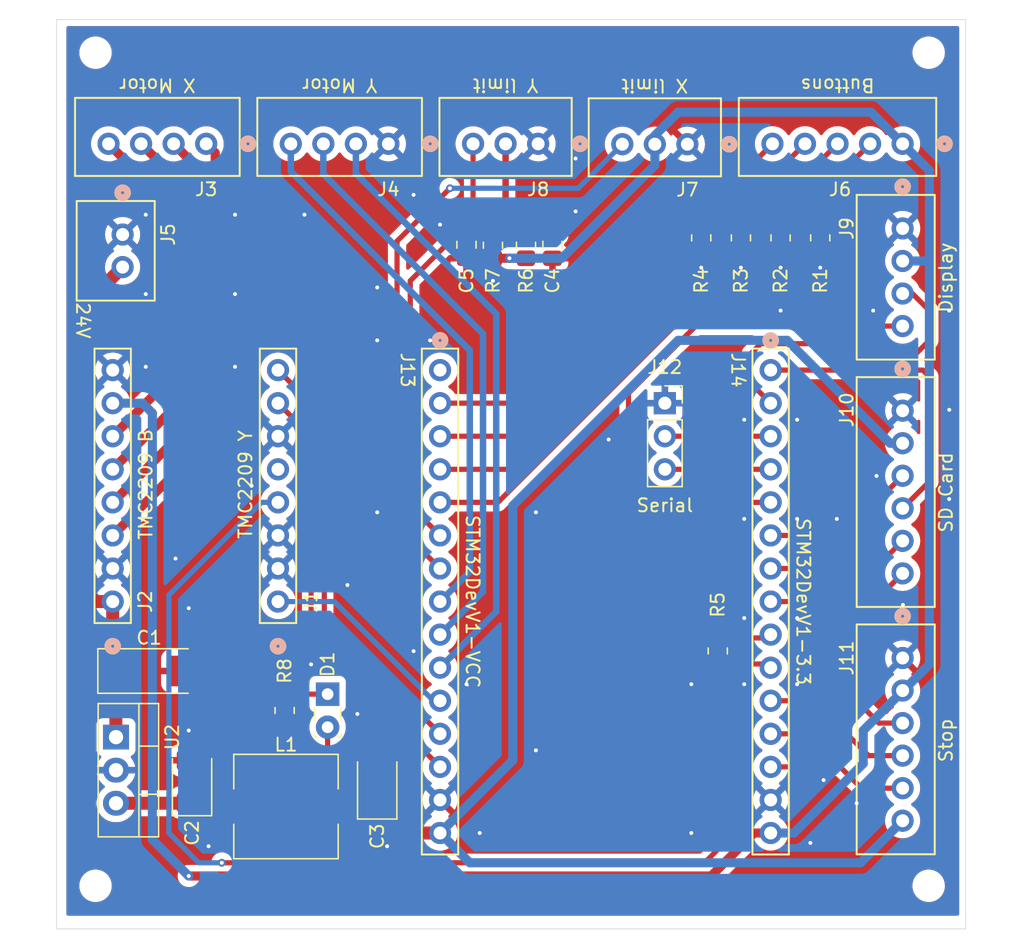
<source format=kicad_pcb>
(kicad_pcb (version 20240108) (generator "pcbnew") (generator_version "8.0")
  (layers (0 "F.Cu" signal) (31 "B.Cu" signal) (34 "B.Paste" user) (35 "F.Paste" user) (36 "B.SilkS" user "B.Silkscreen") (37 "F.SilkS" user "F.Silkscreen") (38 "B.Mask" user) (39 "F.Mask" user) (44 "Edge.Cuts" user))
  (net 0 "")
  (net 1 "24V")
  (net 2 "GND")
  (net 3 "Net-(U2-VO)")
  (net 4 "+5V")
  (net 5 "Net-(D1-K)")
  (net 7 "3.3V")
  (net 9 "/GPIO32")
  (net 10 "/GPIO16")
  (net 11 "/GPIO13")
  (net 12 "/A2")
  (net 13 "/B1")
  (net 14 "/B2")
  (net 15 "/A1")
  (net 16 "/GPIO35")
  (net 17 "/GPIO39")
  (net 18 "/GPIO34")
  (net 19 "/GPIO36")
  (net 20 "/GPIO33")
  (net 21 "/GPIO18")
  (net 22 "/GPIO21")
  (net 23 "/GPIO23")
  (net 24 "/GPIO19")
  (net 25 "/GPIO2")
  (net 26 "/GPIO4")
  (net 27 "/GPIO15")
  (net 28 "/GPIO3")
  (net 29 "/GPIO1")
  (net 30 "/GPIO17")
  (net 31 "/DIRX")
  (net 32 "/ENX")
  (net 33 "/GPIO25")
  (net 34 "/DIRY")
  (net 35 "/ENY")
  (net 36 "/GPIO22")
  (net 37 "/CS_S")
  (net 38 "/VH")
  (footprint "Resistor_SMD:R_0805_2012Metric_Pad1.20x1.40mm_HandSolder" (layer "F.Cu") (at 192.626 58.724 90)
    (property "Reference" "R2" (at -3.302 0 90) (layer "F.SilkS"))
    (property "Value" "47k")
    (pad "1" smd roundrect (at -1 0 90) (size 1.2 1.4) (layers "F.Cu" "F.Paste" "F.Mask") (roundrect_rratio 0.208333) (net 2 "GND"))
    (pad "2" smd roundrect (at 1 0 90) (size 1.2 1.4) (layers "F.Cu" "F.Paste" "F.Mask") (roundrect_rratio 0.208333) (net 18 "/GPIO34"))
  )
  (footprint "JST-XH-5A:CONN_B5B-XH-A_JST" (layer "F.Cu") (at 202 51.5)
    (property "Reference" "J6" (at -4.802 3.5 0) (layer "F.SilkS"))
    (property "Value" "Buttons" (at -5 -4.5 180) (layer "F.SilkS"))
    (pad "1" thru_hole circle (at 0 0) (size 1.7 1.7) (drill 1) (layers "*.Cu" "*.Mask") (net 7 "3.3V"))
    (pad "2" thru_hole circle (at -2.5 0) (size 1.7 1.7) (drill 1) (layers "*.Cu" "*.Mask") (net 16 "/GPIO35"))
    (pad "3" thru_hole circle (at -5 0) (size 1.7 1.7) (drill 1) (layers "*.Cu" "*.Mask") (net 18 "/GPIO34"))
    (pad "4" thru_hole circle (at -7.5 0) (size 1.7 1.7) (drill 1) (layers "*.Cu" "*.Mask") (net 17 "/GPIO39"))
    (pad "5" thru_hole circle (at -10 0) (size 1.7 1.7) (drill 1) (layers "*.Cu" "*.Mask") (net 19 "/GPIO36"))
  )
  (footprint "JST-XH-6A:CONN_B6B-XH-A_JST" (layer "F.Cu") (at 202 72 90)
    (property "Reference" "J10" (at 0.068 -4.294 90) (layer "F.SilkS"))
    (property "Value" "SD Card" (at -6.282 3.326 90) (layer "F.SilkS"))
    (pad "1" thru_hole circle (at 0 0 90) (size 1.7 1.7) (drill 1) (layers "*.Cu" "*.Mask") (net 2 "GND"))
    (pad "2" thru_hole circle (at -2.5 0 90) (size 1.7 1.7) (drill 1) (layers "*.Cu" "*.Mask") (net 4 "+5V"))
    (pad "3" thru_hole circle (at -5 0 90) (size 1.7 1.7) (drill 1) (layers "*.Cu" "*.Mask") (net 24 "/GPIO19"))
    (pad "4" thru_hole circle (at -7.5 0 90) (size 1.7 1.7) (drill 1) (layers "*.Cu" "*.Mask") (net 23 "/GPIO23"))
    (pad "5" thru_hole circle (at -10 0 90) (size 1.7 1.7) (drill 1) (layers "*.Cu" "*.Mask") (net 21 "/GPIO18"))
    (pad "6" thru_hole circle (at -12.5 0 90) (size 1.7 1.7) (drill 1) (layers "*.Cu" "*.Mask") (net 37 "/CS_S"))
  )
  (footprint "MountingHole:MountingHole_2mm" (layer "F.Cu") (at 204 108.5)
    (property "Reference" "REF**")
    (property "Value" "MountingHole_2mm")
    (pad "" np_thru_hole circle (at 0 0) (size 2 2) (drill 2) (layers "*.Cu" "*.Mask"))
  )
  (footprint "Resistor_SMD:R_0805_2012Metric_Pad1.20x1.40mm_HandSolder" (layer "F.Cu") (at 186.53 58.724 90)
    (property "Reference" "R4" (at -3.302 0 90) (layer "F.SilkS"))
    (property "Value" "47k")
    (pad "1" smd roundrect (at -1 0 90) (size 1.2 1.4) (layers "F.Cu" "F.Paste" "F.Mask") (roundrect_rratio 0.208333) (net 2 "GND"))
    (pad "2" smd roundrect (at 1 0 90) (size 1.2 1.4) (layers "F.Cu" "F.Paste" "F.Mask") (roundrect_rratio 0.208333) (net 19 "/GPIO36"))
  )
  (footprint "MountingHole:MountingHole_2mm" (layer "F.Cu") (at 204 44.5)
    (property "Reference" "REF**")
    (property "Value" "MountingHole_2mm")
    (pad "" np_thru_hole circle (at 0 0) (size 2 2) (drill 2) (layers "*.Cu" "*.Mask"))
  )
  (footprint "Capacitor_Tantalum_SMD:CP_EIA-3528-21_Kemet-B_Pad1.50x2.35mm_HandSolder" (layer "F.Cu") (at 161.638 100.735 90)
    (property "Reference" "C3" (at -3.963 0 90) (layer "F.SilkS"))
    (property "Value" "22μF")
    (pad "1" smd roundrect (at -1.625 0 90) (size 1.5 2.35) (layers "F.Cu" "F.Paste" "F.Mask") (roundrect_rratio 0.166667) (net 4 "+5V"))
    (pad "2" smd roundrect (at 1.625 0 90) (size 1.5 2.35) (layers "F.Cu" "F.Paste" "F.Mask") (roundrect_rratio 0.166667) (net 2 "GND"))
  )
  (footprint "Resistor_SMD:R_0805_2012Metric_Pad1.20x1.40mm_HandSolder" (layer "F.Cu") (at 173.068 59.291 -90)
    (property "Reference" "R6" (at 2.735 0 -90) (layer "F.SilkS"))
    (property "Value" "200")
    (pad "1" smd roundrect (at -1 0 270) (size 1.2 1.4) (layers "F.Cu" "F.Paste" "F.Mask") (roundrect_rratio 0.208333) (net 38 "/VH"))
    (pad "2" smd roundrect (at 1 0 270) (size 1.2 1.4) (layers "F.Cu" "F.Paste" "F.Mask") (roundrect_rratio 0.208333) (net 7 "3.3V"))
  )
  (footprint "Capacitor_Tantalum_SMD:CP_EIA-6032-28_Kemet-C_Pad2.25x2.35mm_HandSolder" (layer "F.Cu") (at 144.112 91.998)
    (property "Reference" "C1" (at 0 -2.55 0) (layer "F.SilkS"))
    (property "Value" "10μF")
    (pad "1" smd roundrect (at -2.55 0) (size 2.25 2.35) (layers "F.Cu" "F.Paste" "F.Mask") (roundrect_rratio 0.111111) (net 1 "24V"))
    (pad "2" smd roundrect (at 2.55 0) (size 2.25 2.35) (layers "F.Cu" "F.Paste" "F.Mask") (roundrect_rratio 0.111111) (net 2 "GND"))
  )
  (footprint "Resistor_SMD:R_0805_2012Metric_Pad1.20x1.40mm_HandSolder" (layer "F.Cu") (at 189.578 58.724 90)
    (property "Reference" "R3" (at -3.302 0 90) (layer "F.SilkS"))
    (property "Value" "47k")
    (pad "1" smd roundrect (at -1 0 90) (size 1.2 1.4) (layers "F.Cu" "F.Paste" "F.Mask") (roundrect_rratio 0.208333) (net 2 "GND"))
    (pad "2" smd roundrect (at 1 0 90) (size 1.2 1.4) (layers "F.Cu" "F.Paste" "F.Mask") (roundrect_rratio 0.208333) (net 17 "/GPIO39"))
  )
  (footprint "MountingHole:MountingHole_2mm" (layer "F.Cu") (at 140 108.5)
    (property "Reference" "REF**")
    (property "Value" "MountingHole_2mm")
    (pad "" np_thru_hole circle (at 0 0) (size 2 2) (drill 2) (layers "*.Cu" "*.Mask"))
  )
  (footprint "Resistor_SMD:R_0805_2012Metric_Pad1.20x1.40mm_HandSolder" (layer "F.Cu") (at 195.674 58.724 90)
    (property "Reference" "R1" (at -3.302 0 90) (layer "F.SilkS"))
    (property "Value" "47k")
    (pad "1" smd roundrect (at -1 0 90) (size 1.2 1.4) (layers "F.Cu" "F.Paste" "F.Mask") (roundrect_rratio 0.208333) (net 2 "GND"))
    (pad "2" smd roundrect (at 1 0 90) (size 1.2 1.4) (layers "F.Cu" "F.Paste" "F.Mask") (roundrect_rratio 0.208333) (net 16 "/GPIO35"))
  )
  (footprint "Connector_PinSocket_2.54mm:PinSocket_1x03_P2.54mm_Vertical" (layer "F.Cu") (at 183.736 71.424)
    (property "Reference" "J12" (at 0 -2.77 0) (layer "F.SilkS"))
    (property "Value" "Serial" (at 0 7.85 0) (layer "F.SilkS"))
    (pad "1" thru_hole rect (at 0 0) (size 1.7 1.7) (drill 1) (layers "*.Cu" "*.Mask") (net 2 "GND"))
    (pad "2" thru_hole oval (at 0 2.54) (size 1.7 1.7) (drill 1) (layers "*.Cu" "*.Mask") (net 29 "/GPIO1"))
    (pad "3" thru_hole oval (at 0 5.08) (size 1.7 1.7) (drill 1) (layers "*.Cu" "*.Mask") (net 28 "/GPIO3"))
  )
  (footprint "HDR-15POS:CONN15_PPPC151LFBN-RC_SUL" (layer "F.Cu") (at 166.464 68.884 -90)
    (property "Reference" "J13" (at 0 2.5 -90) (layer "F.SilkS"))
    (property "Value" "STM32DevV1-VCC" (at 17.78 -2.5 270) (layer "F.SilkS"))
    (pad "1" thru_hole circle (at 0 0 270) (size 1.7 1.7) (drill 1) (layers "*.Cu" "*.Mask"))
    (pad "2" thru_hole circle (at 2.54 0 270) (size 1.7 1.7) (drill 1) (layers "*.Cu" "*.Mask") (net 19 "/GPIO36"))
    (pad "3" thru_hole circle (at 5.08 0 270) (size 1.7 1.7) (drill 1) (layers "*.Cu" "*.Mask") (net 17 "/GPIO39"))
    (pad "4" thru_hole circle (at 7.62 0 270) (size 1.7 1.7) (drill 1) (layers "*.Cu" "*.Mask") (net 18 "/GPIO34"))
    (pad "5" thru_hole circle (at 10.16 0 270) (size 1.7 1.7) (drill 1) (layers "*.Cu" "*.Mask") (net 16 "/GPIO35"))
    (pad "6" thru_hole circle (at 12.7 0 270) (size 1.7 1.7) (drill 1) (layers "*.Cu" "*.Mask") (net 9 "/GPIO32"))
    (pad "7" thru_hole circle (at 15.24 0 270) (size 1.7 1.7) (drill 1) (layers "*.Cu" "*.Mask") (net 20 "/GPIO33"))
    (pad "8" thru_hole circle (at 17.78 0 270) (size 1.7 1.7) (drill 1) (layers "*.Cu" "*.Mask") (net 33 "/GPIO25"))
    (pad "9" thru_hole circle (at 20.32 0 270) (size 1.7 1.7) (drill 1) (layers "*.Cu" "*.Mask") (net 34 "/DIRY"))
    (pad "10" thru_hole circle (at 22.86 0 270) (size 1.7 1.7) (drill 1) (layers "*.Cu" "*.Mask") (net 35 "/ENY"))
    (pad "11" thru_hole circle (at 25.4 0 270) (size 1.7 1.7) (drill 1) (layers "*.Cu" "*.Mask") (net 32 "/ENX"))
    (pad "12" thru_hole circle (at 27.94 0 270) (size 1.7 1.7) (drill 1) (layers "*.Cu" "*.Mask") (net 31 "/DIRX"))
    (pad "13" thru_hole circle (at 30.48 0 270) (size 1.7 1.7) (drill 1) (layers "*.Cu" "*.Mask") (net 11 "/GPIO13"))
    (pad "14" thru_hole circle (at 33.02 0 270) (size 1.7 1.7) (drill 1) (layers "*.Cu" "*.Mask") (net 2 "GND"))
    (pad "15" thru_hole circle (at 35.56 0 270) (size 1.7 1.7) (drill 1) (layers "*.Cu" "*.Mask") (net 4 "+5V"))
  )
  (footprint "Capacitor_Tantalum_SMD:CP_EIA-3528-21_Kemet-B_Pad1.50x2.35mm_HandSolder" (layer "F.Cu") (at 147.414 100.481 90)
    (property "Reference" "C2" (at -3.963 0 90) (layer "F.SilkS"))
    (property "Value" "22μF")
    (pad "1" smd roundrect (at -1.625 0 90) (size 1.5 2.35) (layers "F.Cu" "F.Paste" "F.Mask") (roundrect_rratio 0.166667) (net 3 "Net-(U2-VO)"))
    (pad "2" smd roundrect (at 1.625 0 90) (size 1.5 2.35) (layers "F.Cu" "F.Paste" "F.Mask") (roundrect_rratio 0.166667) (net 2 "GND"))
  )
  (footprint "Package_TO_SOT_THT:TO-220-3_Vertical" (layer "F.Cu") (at 141.572 97.078 -90)
    (property "Reference" "U2" (at 0 -4.318 -90) (layer "F.SilkS"))
    (property "Value" "K7805W-500R3")
    (pad "1" thru_hole rect (at 0 0 270) (size 1.905 2) (drill 1.1) (layers "*.Cu" "*.Mask") (net 1 "24V"))
    (pad "2" thru_hole oval (at 2.54 0 270) (size 1.905 2) (drill 1.1) (layers "*.Cu" "*.Mask") (net 2 "GND"))
    (pad "3" thru_hole oval (at 5.08 0 270) (size 1.905 2) (drill 1.1) (layers "*.Cu" "*.Mask") (net 3 "Net-(U2-VO)"))
  )
  (footprint "Inductor_SMD:L_SXN_SMDRI74" (layer "F.Cu") (at 154.628 102.412)
    (property "Reference" "L1" (at 0 -4.75 0) (layer "F.SilkS"))
    (property "Value" "15μH")
    (pad "1" smd rect (at -3.2 0) (size 1.6 2.2) (layers "F.Cu" "F.Paste" "F.Mask") (net 3 "Net-(U2-VO)"))
    (pad "2" smd rect (at 3.2 0) (size 1.6 2.2) (layers "F.Cu" "F.Paste" "F.Mask") (net 4 "+5V"))
  )
  (footprint "JST-XH-6A:CONN_B6B-XH-A_JST" (layer "F.Cu") (at 202 91 90)
    (property "Reference" "J11" (at 0 -4.294 90) (layer "F.SilkS"))
    (property "Value" "Stop" (at -6.332 3.326 90) (layer "F.SilkS"))
    (pad "1" thru_hole circle (at 0 0 90) (size 1.7 1.7) (drill 1) (layers "*.Cu" "*.Mask") (net 2 "GND"))
    (pad "2" thru_hole circle (at -2.5 0 90) (size 1.7 1.7) (drill 1) (layers "*.Cu" "*.Mask") (net 7 "3.3V"))
    (pad "3" thru_hole circle (at -5 0 90) (size 1.7 1.7) (drill 1) (layers "*.Cu" "*.Mask") (net 26 "/GPIO4"))
    (pad "4" thru_hole circle (at -7.5 0 90) (size 1.7 1.7) (drill 1) (layers "*.Cu" "*.Mask") (net 25 "/GPIO2"))
    (pad "5" thru_hole circle (at -10 0 90) (size 1.7 1.7) (drill 1) (layers "*.Cu" "*.Mask") (net 27 "/GPIO15"))
    (pad "6" thru_hole circle (at -12.5 0 90) (size 1.7 1.7) (drill 1) (layers "*.Cu" "*.Mask") (net 4 "+5V"))
  )
  (footprint "Capacitor_SMD:C_0805_2012Metric_Pad1.18x1.45mm_HandSolder" (layer "F.Cu") (at 175.1 59.2535 90)
    (property "Reference" "C4" (at -2.7725 0 90) (layer "F.SilkS"))
    (property "Value" "4.7nF")
    (pad "1" smd roundrect (at -1.0375 0 90) (size 1.175 1.45) (layers "F.Cu" "F.Paste" "F.Mask") (roundrect_rratio 0.212766) (net 2 "GND"))
    (pad "2" smd roundrect (at 1.0375 0 90) (size 1.175 1.45) (layers "F.Cu" "F.Paste" "F.Mask") (roundrect_rratio 0.212766) (net 38 "/VH"))
  )
  (footprint "HDR-08POS:CONN8_LFBN-RC_SUL" (layer "F.Cu") (at 141.318 86.664 90)
    (property "Reference" "J2" (at 0 2.5 90) (layer "F.SilkS"))
    (property "Value" "TMC2209 B" (at 9 2.54 90) (layer "F.SilkS"))
    (pad "1" thru_hole circle (at 0 0 90) (size 1.7 1.7) (drill 1) (layers "*.Cu" "*.Mask") (net 1 "24V"))
    (pad "2" thru_hole circle (at 2.54 0 90) (size 1.7 1.7) (drill 1) (layers "*.Cu" "*.Mask") (net 2 "GND"))
    (pad "3" thru_hole circle (at 5.08 0 90) (size 1.7 1.7) (drill 1) (layers "*.Cu" "*.Mask") (net 12 "/A2"))
    (pad "4" thru_hole circle (at 7.62 0 90) (size 1.7 1.7) (drill 1) (layers "*.Cu" "*.Mask") (net 15 "/A1"))
    (pad "5" thru_hole circle (at 10.16 0 90) (size 1.7 1.7) (drill 1) (layers "*.Cu" "*.Mask") (net 13 "/B1"))
    (pad "6" thru_hole circle (at 12.7 0 90) (size 1.7 1.7) (drill 1) (layers "*.Cu" "*.Mask") (net 14 "/B2"))
    (pad "7" thru_hole circle (at 15.24 0 90) (size 1.7 1.7) (drill 1) (layers "*.Cu" "*.Mask") (net 7 "3.3V"))
    (pad "8" thru_hole circle (at 17.78 0 90) (size 1.7 1.7) (drill 1) (layers "*.Cu" "*.Mask") (net 2 "GND"))
  )
  (footprint "JST-XH-4A:CONN_B4B-XH-A_JST" (layer "F.Cu") (at 202 58 90)
    (property "Reference" "J9" (at 0 -4.294 90) (layer "F.SilkS"))
    (property "Value" "Display" (at -3.772 3.326 90) (layer "F.SilkS"))
    (pad "1" thru_hole circle (at 0 0 90) (size 1.7 1.7) (drill 1) (layers "*.Cu" "*.Mask") (net 2 "GND"))
    (pad "2" thru_hole circle (at -2.5 0 90) (size 1.7 1.7) (drill 1) (layers "*.Cu" "*.Mask") (net 7 "3.3V"))
    (pad "3" thru_hole circle (at -5 0 90) (size 1.7 1.7) (drill 1) (layers "*.Cu" "*.Mask") (net 36 "/GPIO22"))
    (pad "4" thru_hole circle (at -7.5 0 90) (size 1.7 1.7) (drill 1) (layers "*.Cu" "*.Mask") (net 22 "/GPIO21"))
  )
  (footprint "JST-XH-4A:CONN_B4B-XH-A_JST" (layer "F.Cu") (at 162.5 51.5)
    (property "Reference" "J4" (at 0 3.5 0) (layer "F.SilkS"))
    (property "Value" "Y Motor" (at -3.75 -4.5 180) (layer "F.SilkS"))
    (pad "1" thru_hole circle (at 0 0) (size 1.7 1.7) (drill 1) (layers "*.Cu" "*.Mask") (net 2 "GND"))
    (pad "2" thru_hole circle (at -2.5 0) (size 1.7 1.7) (drill 1) (layers "*.Cu" "*.Mask") (net 35 "/ENY"))
    (pad "3" thru_hole circle (at -5 0) (size 1.7 1.7) (drill 1) (layers "*.Cu" "*.Mask") (net 34 "/DIRY"))
    (pad "4" thru_hole circle (at -7.5 0) (size 1.7 1.7) (drill 1) (layers "*.Cu" "*.Mask") (net 33 "/GPIO25"))
  )
  (footprint "Resistor_SMD:R_0805_2012Metric_Pad1.20x1.40mm_HandSolder" (layer "F.Cu") (at 187.8 90.458 -90)
    (property "Reference" "R5" (at -3.54 0 -90) (layer "F.SilkS"))
    (property "Value" "1k")
    (pad "1" smd roundrect (at -1 0 270) (size 1.2 1.4) (layers "F.Cu" "F.Paste" "F.Mask") (roundrect_rratio 0.208333) (net 30 "/GPIO17"))
    (pad "2" smd roundrect (at 1 0 270) (size 1.2 1.4) (layers "F.Cu" "F.Paste" "F.Mask") (roundrect_rratio 0.208333) (net 10 "/GPIO16"))
  )
  (footprint "Capacitor_SMD:C_0805_2012Metric_Pad1.18x1.45mm_HandSolder" (layer "F.Cu") (at 168.496 59.2535 90)
    (property "Reference" "C5" (at -2.7725 0 90) (layer "F.SilkS"))
    (property "Value" "4.7nF")
    (pad "1" smd roundrect (at -1.0375 0 90) (size 1.175 1.45) (layers "F.Cu" "F.Paste" "F.Mask") (roundrect_rratio 0.212766) (net 2 "GND"))
    (pad "2" smd roundrect (at 1.0375 0 90) (size 1.175 1.45) (layers "F.Cu" "F.Paste" "F.Mask") (roundrect_rratio 0.212766) (net 9 "/GPIO32"))
  )
  (footprint "JST-XH-3A:CONN_B3B-XH-A_JST" (layer "F.Cu") (at 174 51.5)
    (property "Reference" "J8" (at 0 3.5 0) (layer "F.SilkS"))
    (property "Value" "Y limit" (at -2.5 -4.5 180) (layer "F.SilkS"))
    (pad "1" thru_hole circle (at 0 0) (size 1.7 1.7) (drill 1) (layers "*.Cu" "*.Mask") (net 2 "GND"))
    (pad "2" thru_hole circle (at -2.5 0) (size 1.7 1.7) (drill 1) (layers "*.Cu" "*.Mask") (net 38 "/VH"))
    (pad "3" thru_hole circle (at -5 0) (size 1.7 1.7) (drill 1) (layers "*.Cu" "*.Mask") (net 9 "/GPIO32"))
  )
  (footprint "HDR-15POS:CONN15_PPPC151LFBN-RC_SUL" (layer "F.Cu") (at 191.864 68.884 -90)
    (property "Reference" "J14" (at 0 2.5 -90) (layer "F.SilkS"))
    (property "Value" "STM32DevV1-3.3" (at 17.78 -2.5 270) (layer "F.SilkS"))
    (pad "1" thru_hole circle (at 0 0 270) (size 1.7 1.7) (drill 1) (layers "*.Cu" "*.Mask") (net 23 "/GPIO23"))
    (pad "2" thru_hole circle (at 2.54 0 270) (size 1.7 1.7) (drill 1) (layers "*.Cu" "*.Mask") (net 36 "/GPIO22"))
    (pad "3" thru_hole circle (at 5.08 0 270) (size 1.7 1.7) (drill 1) (layers "*.Cu" "*.Mask") (net 29 "/GPIO1"))
    (pad "4" thru_hole circle (at 7.62 0 270) (size 1.7 1.7) (drill 1) (layers "*.Cu" "*.Mask") (net 28 "/GPIO3"))
    (pad "5" thru_hole circle (at 10.16 0 270) (size 1.7 1.7) (drill 1) (layers "*.Cu" "*.Mask") (net 22 "/GPIO21"))
    (pad "6" thru_hole circle (at 12.7 0 270) (size 1.7 1.7) (drill 1) (layers "*.Cu" "*.Mask") (net 24 "/GPIO19"))
    (pad "7" thru_hole circle (at 15.24 0 270) (size 1.7 1.7) (drill 1) (layers "*.Cu" "*.Mask") (net 21 "/GPIO18"))
    (pad "8" thru_hole circle (at 17.78 0 270) (size 1.7 1.7) (drill 1) (layers "*.Cu" "*.Mask") (net 37 "/CS_S"))
    (pad "9" thru_hole circle (at 20.32 0 270) (size 1.7 1.7) (drill 1) (layers "*.Cu" "*.Mask") (net 30 "/GPIO17"))
    (pad "10" thru_hole circle (at 22.86 0 270) (size 1.7 1.7) (drill 1) (layers "*.Cu" "*.Mask") (net 10 "/GPIO16"))
    (pad "11" thru_hole circle (at 25.4 0 270) (size 1.7 1.7) (drill 1) (layers "*.Cu" "*.Mask") (net 26 "/GPIO4"))
    (pad "12" thru_hole circle (at 27.94 0 270) (size 1.7 1.7) (drill 1) (layers "*.Cu" "*.Mask") (net 25 "/GPIO2"))
    (pad "13" thru_hole circle (at 30.48 0 270) (size 1.7 1.7) (drill 1) (layers "*.Cu" "*.Mask") (net 27 "/GPIO15"))
    (pad "14" thru_hole circle (at 33.02 0 270) (size 1.7 1.7) (drill 1) (layers "*.Cu" "*.Mask") (net 2 "GND"))
    (pad "15" thru_hole circle (at 35.56 0 270) (size 1.7 1.7) (drill 1) (layers "*.Cu" "*.Mask") (net 7 "3.3V"))
  )
  (footprint "MountingHole:MountingHole_2mm" (layer "F.Cu") (at 140 44.5)
    (property "Reference" "REF**")
    (property "Value" "MountingHole_2mm")
    (pad "" np_thru_hole circle (at 0 0) (size 2 2) (drill 2) (layers "*.Cu" "*.Mask"))
  )
  (footprint "Resistor_SMD:R_0805_2012Metric_Pad1.20x1.40mm_HandSolder" (layer "F.Cu") (at 170.528 59.291 -90)
    (property "Reference" "R7" (at 2.735 0 -90) (layer "F.SilkS"))
    (property "Value" "1.2k")
    (pad "1" smd roundrect (at -1 0 270) (size 1.2 1.4) (layers "F.Cu" "F.Paste" "F.Mask") (roundrect_rratio 0.208333) (net 9 "/GPIO32"))
    (pad "2" smd roundrect (at 1 0 270) (size 1.2 1.4) (layers "F.Cu" "F.Paste" "F.Mask") (roundrect_rratio 0.208333) (net 7 "3.3V"))
  )
  (footprint "JST-XH-3A:CONN_B3B-XH-A_JST" (layer "F.Cu") (at 185.4666 51.529801)
    (property "Reference" "J7" (at 0 3.5 0) (layer "F.SilkS"))
    (property "Value" "X limit" (at -2.5 -4.5 180) (layer "F.SilkS"))
    (pad "1" thru_hole circle (at 0 0) (size 1.7 1.7) (drill 1) (layers "*.Cu" "*.Mask") (net 2 "GND"))
    (pad "2" thru_hole circle (at -2.5 0) (size 1.7 1.7) (drill 1) (layers "*.Cu" "*.Mask") (net 7 "3.3V"))
    (pad "3" thru_hole circle (at -5 0) (size 1.7 1.7) (drill 1) (layers "*.Cu" "*.Mask") (net 20 "/GPIO33"))
  )
  (footprint "JST-XH-4A:CONN_B4B-XH-A_JST" (layer "F.Cu") (at 148.5 51.5)
    (property "Reference" "J3" (at 0 3.5 0) (layer "F.SilkS"))
    (property "Value" "X Motor" (at -3.75 -4.5 180) (layer "F.SilkS"))
    (pad "1" thru_hole circle (at 0 0) (size 1.7 1.7) (drill 1) (layers "*.Cu" "*.Mask") (net 12 "/A2"))
    (pad "2" thru_hole circle (at -2.5 0) (size 1.7 1.7) (drill 1) (layers "*.Cu" "*.Mask") (net 15 "/A1"))
    (pad "3" thru_hole circle (at -5 0) (size 1.7 1.7) (drill 1) (layers "*.Cu" "*.Mask") (net 13 "/B1"))
    (pad "4" thru_hole circle (at -7.5 0) (size 1.7 1.7) (drill 1) (layers "*.Cu" "*.Mask") (net 14 "/B2"))
  )
  (footprint "JST-XH-2A:CONN_B2B-XH-A_JST" (layer "F.Cu") (at 142.08 58.47 90)
    (property "Reference" "J5" (at 0 3.5 90) (layer "F.SilkS"))
    (property "Value" "24V" (at -6.604 -3.048 270) (layer "F.SilkS"))
    (pad "1" thru_hole circle (at 0 0 90) (size 1.7 1.7) (drill 1) (layers "*.Cu" "*.Mask") (net 2 "GND"))
    (pad "2" thru_hole circle (at -2.5 0 90) (size 1.7 1.7) (drill 1) (layers "*.Cu" "*.Mask") (net 1 "24V"))
  )
  (footprint "HDR-08POS:CONN8_LFBN-RC_SUL" (layer "F.Cu") (at 154.018 86.664 90)
    (property "Reference" "J1" (at 0 2.5 90) (layer "F.SilkS"))
    (property "Value" "TMC2209 Y" (at 9 -2.5 90) (layer "F.SilkS"))
    (pad "1" thru_hole circle (at 0 0 90) (size 1.7 1.7) (drill 1) (layers "*.Cu" "*.Mask") (net 32 "/ENX"))
    (pad "2" thru_hole circle (at 2.54 0 90) (size 1.7 1.7) (drill 1) (layers "*.Cu" "*.Mask") (net 2 "GND"))
    (pad "3" thru_hole circle (at 5.08 0 90) (size 1.7 1.7) (drill 1) (layers "*.Cu" "*.Mask") (net 2 "GND"))
    (pad "4" thru_hole circle (at 7.62 0 90) (size 1.7 1.7) (drill 1) (layers "*.Cu" "*.Mask") (net 10 "/GPIO16"))
    (pad "5" thru_hole circle (at 10.16 0 90) (size 1.7 1.7) (drill 1) (layers "*.Cu" "*.Mask"))
    (pad "6" thru_hole circle (at 12.7 0 90) (size 1.7 1.7) (drill 1) (layers "*.Cu" "*.Mask") (net 2 "GND"))
    (pad "7" thru_hole circle (at 15.24 0 90) (size 1.7 1.7) (drill 1) (layers "*.Cu" "*.Mask") (net 11 "/GPIO13"))
    (pad "8" thru_hole circle (at 17.78 0 90) (size 1.7 1.7) (drill 1) (layers "*.Cu" "*.Mask") (net 31 "/DIRX"))
  )
  (footprint "Resistor_SMD:R_0805_2012Metric_Pad1.20x1.40mm_HandSolder" (layer "F.Cu") (at 154.526 95.03 -90)
    (property "Reference" "R8" (at -3.032 0 -90) (layer "F.SilkS"))
    (property "Value" "3.3k")
    (pad "1" smd roundrect (at -1 0 270) (size 1.2 1.4) (layers "F.Cu" "F.Paste" "F.Mask") (roundrect_rratio 0.208333) (net 5 "Net-(D1-K)"))
    (pad "2" smd roundrect (at 1 0 270) (size 1.2 1.4) (layers "F.Cu" "F.Paste" "F.Mask") (roundrect_rratio 0.208333) (net 2 "GND"))
  )
  (footprint "LED_THT:LED_Rectangular_W3.9mm_H1.9mm" (layer "F.Cu") (at 157.828 93.776 -90)
    (property "Reference" "D1" (at -2.286 0 -90) (layer "F.SilkS"))
    (property "Value" "LED")
    (pad "1" thru_hole rect (at 0 0 270) (size 1.8 1.8) (drill 0.9) (layers "*.Cu" "*.Mask") (net 5 "Net-(D1-K)"))
    (pad "2" thru_hole circle (at 2.54 0 270) (size 1.8 1.8) (drill 0.9) (layers "*.Cu" "*.Mask") (net 4 "+5V"))
  )
  (gr_rect (start 137 41.96) (end 206.85 111.81) (stroke (width 0.05)) (fill none) (layer "Edge.Cuts"))
  (segment (start 139.032 85.648) (end 140.048 86.664) (width 1) (layer "F.Cu") (net 1))
  (segment (start 140.048 86.664) (end 141.318 86.664) (width 1) (layer "F.Cu") (net 1))
  (segment (start 139.032 64.018) (end 139.032 85.648) (width 1) (layer "F.Cu") (net 1))
  (segment (start 142.08 60.97) (end 139.032 64.018) (width 1) (layer "F.Cu") (net 1))
  (segment (start 141.318 91.754) (end 141.562 91.998) (width 1) (layer "F.Cu") (net 1))
  (segment (start 141.562 91.998) (end 141.562 97.068) (width 1) (layer "F.Cu") (net 1))
  (segment (start 141.562 97.068) (end 141.572 97.078) (width 1) (layer "F.Cu") (net 1))
  (segment (start 141.318 86.664) (end 141.318 91.754) (width 1) (layer "F.Cu") (net 1))
  (segment (start 189.578 59.724) (end 189.578 61.01) (width 0.7) (layer "F.Cu") (net 2))
  (segment (start 195.674 59.724) (end 195.674 61.01) (width 0.7) (layer "F.Cu") (net 2))
  (segment (start 192.626 59.724) (end 192.626 61.01) (width 0.7) (layer "F.Cu") (net 2))
  (segment (start 186.53 59.724) (end 186.53 61.01) (width 0.7) (layer "F.Cu") (net 2))
  (via (at 150.716 56.946) (size 0.6) (drill 0.3) (layers "F.Cu" "B.Cu") (net 2))
  (via (at 147.16 96.57) (size 0.6) (drill 0.3) (layers "F.Cu" "B.Cu") (net 2))
  (via (at 186.53 61.01) (size 0.6) (drill 0.3) (layers "F.Cu" "B.Cu") (net 2))
  (via (at 156.05 56.946) (size 0.6) (drill 0.3) (layers "F.Cu" "B.Cu") (net 2))
  (via (at 194.912 105.206) (size 0.6) (drill 0.3) (layers "F.Cu" "B.Cu") (net 2))
  (via (at 161.638 79.806) (size 0.6) (drill 0.3) (layers "F.Cu" "B.Cu") (net 2))
  (via (at 150.716 68.63) (size 0.6) (drill 0.3) (layers "F.Cu" "B.Cu") (net 2))
  (via (at 193.896 72.694) (size 0.6) (drill 0.3) (layers "F.Cu" "B.Cu") (net 2))
  (via (at 173.83 98.094) (size 0.6) (drill 0.3) (layers "F.Cu" "B.Cu") (net 2))
  (via (at 146.144 83.362) (size 0.6) (drill 0.3) (layers "F.Cu" "B.Cu") (net 2))
  (via (at 195.928 100.38) (size 0.6) (drill 0.3) (layers "F.Cu" "B.Cu") (net 2))
  (via (at 192.626 61.01) (size 0.6) (drill 0.3) (layers "F.Cu" "B.Cu") (net 2))
  (via (at 143.858 56.946) (size 0.6) (drill 0.3) (layers "F.Cu" "B.Cu") (net 2))
  (via (at 151.986 77.774) (size 0.6) (drill 0.3) (layers "F.Cu" "B.Cu") (net 2))
  (via (at 164.432 90.474) (size 0.6) (drill 0.3) (layers "F.Cu" "B.Cu") (net 2))
  (via (at 165.702 66.598) (size 0.6) (drill 0.3) (layers "F.Cu" "B.Cu") (net 2))
  (via (at 202.024 86.918) (size 0.6) (drill 0.3) (layers "F.Cu" "B.Cu") (net 2))
  (via (at 198.468 102.158) (size 0.6) (drill 0.3) (layers "F.Cu" "B.Cu") (net 2))
  (via (at 143.858 68.63) (size 0.6) (drill 0.3) (layers "F.Cu" "B.Cu") (net 2))
  (via (at 162.4 105.46) (size 0.6) (drill 0.3) (layers "F.Cu" "B.Cu") (net 2))
  (via (at 193.896 80.314) (size 0.6) (drill 0.3) (layers "F.Cu" "B.Cu") (net 2))
  (via (at 168.496 93.014) (size 0.6) (drill 0.3) (layers "F.Cu" "B.Cu") (net 2))
  (via (at 189.832 87.934) (size 0.6) (drill 0.3) (layers "F.Cu" "B.Cu") (net 2))
  (via (at 195.674 61.01) (size 0.6) (drill 0.3) (layers "F.Cu" "B.Cu") (net 2))
  (via (at 196.944 80.314) (size 0.6) (drill 0.3) (layers "F.Cu" "B.Cu") (net 2))
  (via (at 192.626 64.312) (size 0.6) (drill 0.3) (layers "F.Cu" "B.Cu") (net 2))
  (via (at 176.878 52.628) (size 0.6) (drill 0.3) (layers "F.Cu" "B.Cu") (net 2))
  (via (at 164.432 55.422) (size 0.6) (drill 0.3) (layers "F.Cu" "B.Cu") (net 2))
  (via (at 205.58 78.79) (size 0.6) (drill 0.3) (layers "F.Cu" "B.Cu") (net 2))
  (via (at 161.638 66.598) (size 0.6) (drill 0.3) (layers "F.Cu" "B.Cu") (net 2))
  (via (at 150.716 63.042) (size 0.6) (drill 0.3) (layers "F.Cu" "B.Cu") (net 2))
  (via (at 156.558 91.49) (size 0.6) (drill 0.3) (layers "F.Cu" "B.Cu") (net 2))
  (via (at 179.418 74.218) (size 0.6) (drill 0.3) (layers "F.Cu" "B.Cu") (net 2))
  (via (at 176.878 56.692) (size 0.6) (drill 0.3) (layers "F.Cu" "B.Cu") (net 2))
  (via (at 147.16 87.172) (size 0.6) (drill 0.3) (layers "F.Cu" "B.Cu") (net 2))
  (via (at 193.896 93.014) (size 0.6) (drill 0.3) (layers "F.Cu" "B.Cu") (net 2))
  (via (at 205.58 71.932) (size 0.6) (drill 0.3) (layers "F.Cu" "B.Cu") (net 2))
  (via (at 173.83 79.806) (size 0.6) (drill 0.3) (layers "F.Cu" "B.Cu") (net 2))
  (via (at 189.578 61.01) (size 0.6) (drill 0.3) (layers "F.Cu" "B.Cu") (net 2))
  (via (at 166.464 57.708) (size 0.6) (drill 0.3) (layers "F.Cu" "B.Cu") (net 2))
  (via (at 205.58 64.312) (size 0.6) (drill 0.3) (layers "F.Cu" "B.Cu") (net 2))
  (via (at 185.768 104.444) (size 0.6) (drill 0.3) (layers "F.Cu" "B.Cu") (net 2))
  (via (at 160.114 95.3) (size 0.6) (drill 0.3) (layers "F.Cu" "B.Cu") (net 2))
  (via (at 189.832 93.014) (size 0.6) (drill 0.3) (layers "F.Cu" "B.Cu") (net 2))
  (via (at 159.352 85.394) (size 0.6) (drill 0.3) (layers "F.Cu" "B.Cu") (net 2))
  (via (at 199.738 64.312) (size 0.6) (drill 0.3) (layers "F.Cu" "B.Cu") (net 2))
  (via (at 185.768 93.014) (size 0.6) (drill 0.3) (layers "F.Cu" "B.Cu") (net 2))
  (via (at 161.638 62.534) (size 0.6) (drill 0.3) (layers "F.Cu" "B.Cu") (net 2))
  (via (at 199.992 77.012) (size 0.6) (drill 0.3) (layers "F.Cu" "B.Cu") (net 2))
  (via (at 148.684 105.46) (size 0.6) (drill 0.3) (layers "F.Cu" "B.Cu") (net 2))
  (via (at 189.832 72.694) (size 0.6) (drill 0.3) (layers "F.Cu" "B.Cu") (net 2))
  (via (at 143.858 63.042) (size 0.6) (drill 0.3) (layers "F.Cu" "B.Cu") (net 2))
  (via (at 189.832 80.314) (size 0.6) (drill 0.3) (layers "F.Cu" "B.Cu") (net 2))
  (via (at 170.528 62.026) (size 0.6) (drill 0.3) (layers "F.Cu" "B.Cu") (net 2))
  (via (at 169.512 104.444) (size 0.6) (drill 0.3) (layers "F.Cu" "B.Cu") (net 2))
  (via (at 193.896 87.934) (size 0.6) (drill 0.3) (layers "F.Cu" "B.Cu") (net 2))
  (segment (start 141.572 102.158) (end 147.362 102.158) (width 1) (layer "F.Cu") (net 3))
  (segment (start 147.362 102.158) (end 147.414 102.106) (width 1) (layer "F.Cu") (net 3))
  (segment (start 151.122 102.106) (end 151.428 102.412) (width 1) (layer "F.Cu") (net 3))
  (segment (start 147.414 102.106) (end 151.122 102.106) (width 1) (layer "F.Cu") (net 3))
  (segment (start 161.638 102.36) (end 163.67 104.392) (width 1) (layer "F.Cu") (net 4))
  (segment (start 157.828 102.412) (end 161.586 102.412) (width 1) (layer "F.Cu") (net 4))
  (segment (start 161.586 102.412) (end 161.638 102.36) (width 1) (layer "F.Cu") (net 4))
  (segment (start 157.828 102.412) (end 157.828 96.316) (width 0.4) (layer "F.Cu") (net 4))
  (segment (start 163.67 104.392) (end 163.67 104.444) (width 1) (layer "F.Cu") (net 4))
  (segment (start 163.67 104.444) (end 166.464 104.444) (width 1) (layer "F.Cu") (net 4))
  (segment (start 201.036 74.5) (end 202 74.5) (width 0.7) (layer "B.Cu") (net 4))
  (segment (start 198.77 106.73) (end 202 103.5) (width 0.7) (layer "B.Cu") (net 4))
  (segment (start 172.052 98.856) (end 172.052 79.298) (width 0.7) (layer "B.Cu") (net 4))
  (segment (start 172.052 79.298) (end 184.752 66.598) (width 0.7) (layer "B.Cu") (net 4))
  (segment (start 193.134 66.598) (end 201.036 74.5) (width 0.7) (layer "B.Cu") (net 4))
  (segment (start 166.464 104.444) (end 172.052 98.856) (width 0.7) (layer "B.Cu") (net 4))
  (segment (start 184.752 66.598) (end 193.134 66.598) (width 0.7) (layer "B.Cu") (net 4))
  (segment (start 166.464 104.444) (end 168.75 106.73) (width 0.7) (layer "B.Cu") (net 4))
  (segment (start 168.75 106.73) (end 198.77 106.73) (width 0.7) (layer "B.Cu") (net 4))
  (segment (start 157.828 93.776) (end 154.78 93.776) (width 0.4) (layer "F.Cu") (net 5))
  (segment (start 154.78 93.776) (end 154.526 94.03) (width 0.25) (layer "F.Cu") (net 5))
  (segment (start 187.292 107.746) (end 147.16 107.746) (width 0.7) (layer "F.Cu") (net 7))
  (segment (start 170.528 60.291) (end 171.798 60.291) (width 0.7) (layer "F.Cu") (net 7))
  (segment (start 190.594 104.444) (end 187.292 107.746) (width 0.7) (layer "F.Cu") (net 7))
  (segment (start 171.798 60.291) (end 173.068 60.291) (width 0.7) (layer "F.Cu") (net 7))
  (segment (start 191.864 104.444) (end 190.594 104.444) (width 0.7) (layer "F.Cu") (net 7))
  (via (at 147.16 107.746) (size 0.6) (drill 0.3) (layers "F.Cu" "B.Cu") (net 7))
  (via (at 171.798 60.291) (size 0.6) (drill 0.3) (layers "F.Cu" "B.Cu") (net 7))
  (segment (start 184.752 49.072) (end 182.9666 50.8574) (width 0.7) (layer "B.Cu") (net 7))
  (segment (start 198.976 96.57) (end 204.056 91.49) (width 0.7) (layer "B.Cu") (net 7))
  (segment (start 182.9666 50.8574) (end 182.9666 51.529801) (width 0.7) (layer "B.Cu") (net 7))
  (segment (start 191.864 104.444) (end 193.642 104.444) (width 0.7) (layer "B.Cu") (net 7))
  (segment (start 144.366 72.186) (end 143.604 71.424) (width 0.7) (layer "B.Cu") (net 7))
  (segment (start 204.056 60.502) (end 204.056 53.556) (width 0.7) (layer "B.Cu") (net 7))
  (segment (start 199.572 49.072) (end 184.752 49.072) (width 0.7) (layer "B.Cu") (net 7))
  (segment (start 143.604 71.424) (end 141.318 71.424) (width 0.7) (layer "B.Cu") (net 7))
  (segment (start 147.16 107.746) (end 144.366 104.952) (width 0.7) (layer "B.Cu") (net 7))
  (segment (start 193.642 104.444) (end 198.976 99.11) (width 0.7) (layer "B.Cu") (net 7))
  (segment (start 204.056 53.556) (end 202 51.5) (width 0.7) (layer "B.Cu") (net 7))
  (segment (start 198.976 99.11) (end 198.976 96.57) (width 0.7) (layer "B.Cu") (net 7))
  (segment (start 202 60.5) (end 204.054 60.5) (width 0.7) (layer "B.Cu") (net 7))
  (segment (start 175.819 60.291) (end 171.798 60.291) (width 0.7) (layer "B.Cu") (net 7))
  (segment (start 182.9666 53.1434) (end 175.819 60.291) (width 0.7) (layer "B.Cu") (net 7))
  (segment (start 182.9666 51.529801) (end 182.9666 53.1434) (width 0.7) (layer "B.Cu") (net 7))
  (segment (start 204.054 60.5) (end 204.056 60.502) (width 0.7) (layer "B.Cu") (net 7))
  (segment (start 202 51.5) (end 199.572 49.072) (width 0.7) (layer "B.Cu") (net 7))
  (segment (start 144.366 104.952) (end 144.366 72.186) (width 0.7) (layer "B.Cu") (net 7))
  (segment (start 204.056 91.49) (end 204.056 60.502) (width 0.7) (layer "B.Cu") (net 7))
  (segment (start 168.496 58.216) (end 170.453 58.216) (width 0.4) (layer "F.Cu") (net 9))
  (segment (start 164.178 79.298) (end 166.464 81.584) (width 0.4) (layer "F.Cu") (net 9))
  (segment (start 170.453 58.216) (end 170.528 58.291) (width 0.4) (layer "F.Cu") (net 9))
  (segment (start 169 51.5) (end 169 57.712) (width 0.4) (layer "F.Cu") (net 9))
  (segment (start 167.988 58.216) (end 164.178 62.026) (width 0.4) (layer "F.Cu") (net 9))
  (segment (start 169 57.712) (end 168.496 58.216) (width 0.4) (layer "F.Cu") (net 9))
  (segment (start 168.496 58.216) (end 167.988 58.216) (width 0.4) (layer "F.Cu") (net 9))
  (segment (start 164.178 62.026) (end 164.178 79.298) (width 0.4) (layer "F.Cu") (net 9))
  (segment (start 186.784 106.73) (end 149.7 106.73) (width 0.4) (layer "F.Cu") (net 10))
  (segment (start 187.8 105.714) (end 186.784 106.73) (width 0.4) (layer "F.Cu") (net 10))
  (segment (start 191.578 91.458) (end 191.864 91.744) (width 0.4) (layer "F.Cu") (net 10))
  (segment (start 187.8 91.458) (end 187.8 105.714) (width 0.4) (layer "F.Cu") (net 10))
  (segment (start 187.8 91.458) (end 191.578 91.458) (width 0.4) (layer "F.Cu") (net 10))
  (via (at 149.7 106.73) (size 0.6) (drill 0.3) (layers "F.Cu" "B.Cu") (net 10))
  (segment (start 145.636 104.444) (end 145.636 86.156) (width 0.4) (layer "B.Cu") (net 10))
  (segment (start 149.7 106.73) (end 147.922 106.73) (width 0.4) (layer "B.Cu") (net 10))
  (segment (start 152.748 79.044) (end 154.018 79.044) (width 0.4) (layer "B.Cu") (net 10))
  (segment (start 147.922 106.73) (end 145.636 104.444) (width 0.4) (layer "B.Cu") (net 10))
  (segment (start 145.636 86.156) (end 152.748 79.044) (width 0.4) (layer "B.Cu") (net 10))
  (segment (start 154.018 71.424) (end 156.558 73.964) (width 0.4) (layer "F.Cu") (net 11))
  (segment (start 156.558 73.964) (end 156.558 89.458) (width 0.4) (layer "F.Cu") (net 11))
  (segment (start 156.558 89.458) (end 166.464 99.364) (width 0.4) (layer "F.Cu") (net 11))
  (segment (start 148.5 51.5) (end 149.192 52.192) (width 0.7) (layer "F.Cu") (net 12))
  (segment (start 149.192 73.71) (end 141.318 81.584) (width 0.7) (layer "F.Cu") (net 12))
  (segment (start 149.192 52.192) (end 149.192 73.71) (width 0.7) (layer "F.Cu") (net 12))
  (segment (start 146.652 71.17) (end 141.318 76.504) (width 0.7) (layer "F.Cu") (net 13))
  (segment (start 146.652 54.652) (end 146.652 71.17) (width 0.7) (layer "F.Cu") (net 13))
  (segment (start 143.5 51.5) (end 146.652 54.652) (width 0.7) (layer "F.Cu") (net 13))
  (segment (start 145.382 69.9) (end 141.318 73.964) (width 0.7) (layer "F.Cu") (net 14))
  (segment (start 145.382 55.882) (end 145.382 69.9) (width 0.7) (layer "F.Cu") (net 14))
  (segment (start 141 51.5) (end 145.382 55.882) (width 0.7) (layer "F.Cu") (net 14))
  (segment (start 146 51.5) (end 147.922 53.422) (width 0.7) (layer "F.Cu") (net 15))
  (segment (start 147.922 53.422) (end 147.922 72.44) (width 0.7) (layer "F.Cu") (net 15))
  (segment (start 147.922 72.44) (end 141.318 79.044) (width 0.7) (layer "F.Cu") (net 15))
  (segment (start 166.464 79.044) (end 170.909 79.044) (width 0.4) (layer "F.Cu") (net 16))
  (segment (start 194.15 61.01) (end 194.15 58.724) (width 0.4) (layer "F.Cu") (net 16))
  (segment (start 185.387 64.566) (end 190.594 64.566) (width 0.4) (layer "F.Cu") (net 16))
  (segment (start 194.15 58.724) (end 195.15 57.724) (width 0.4) (layer "F.Cu") (net 16))
  (segment (start 195.15 57.724) (end 195.674 57.724) (width 0.4) (layer "F.Cu") (net 16))
  (segment (start 195.674 57.724) (end 195.674 55.326) (width 0.4) (layer "F.Cu") (net 16))
  (segment (start 170.909 79.044) (end 185.387 64.566) (width 0.4) (layer "F.Cu") (net 16))
  (segment (start 190.594 64.566) (end 194.15 61.01) (width 0.4) (layer "F.Cu") (net 16))
  (segment (start 195.674 55.326) (end 199.5 51.5) (width 0.4) (layer "F.Cu") (net 16))
  (segment (start 166.464 73.964) (end 172.814 73.964) (width 0.4) (layer "F.Cu") (net 17))
  (segment (start 189.054 57.724) (end 189.578 57.724) (width 0.4) (layer "F.Cu") (net 17))
  (segment (start 189.578 57.724) (end 189.578 56.422) (width 0.4) (layer "F.Cu") (net 17))
  (segment (start 186.53 62.534) (end 188.054 61.01) (width 0.4) (layer "F.Cu") (net 17))
  (segment (start 188.054 61.01) (end 188.054 58.724) (width 0.4) (layer "F.Cu") (net 17))
  (segment (start 184.244 62.534) (end 186.53 62.534) (width 0.4) (layer "F.Cu") (net 17))
  (segment (start 189.578 56.422) (end 194.5 51.5) (width 0.4) (layer "F.Cu") (net 17))
  (segment (start 172.814 73.964) (end 184.244 62.534) (width 0.4) (layer "F.Cu") (net 17))
  (segment (start 188.054 58.724) (end 189.054 57.724) (width 0.4) (layer "F.Cu") (net 17))
  (segment (start 184.752 63.55) (end 188.562 63.55) (width 0.4) (layer "F.Cu") (net 18))
  (segment (start 192.626 57.724) (end 192.626 55.874) (width 0.4) (layer "F.Cu") (net 18))
  (segment (start 191.102 61.01) (end 191.102 58.724) (width 0.4) (layer "F.Cu") (net 18))
  (segment (start 191.102 58.724) (end 192.102 57.724) (width 0.4) (layer "F.Cu") (net 18))
  (segment (start 192.102 57.724) (end 192.626 57.724) (width 0.4) (layer "F.Cu") (net 18))
  (segment (start 192.626 55.874) (end 197 51.5) (width 0.4) (layer "F.Cu") (net 18))
  (segment (start 171.798 76.504) (end 184.752 63.55) (width 0.4) (layer "F.Cu") (net 18))
  (segment (start 188.562 63.55) (end 191.102 61.01) (width 0.4) (layer "F.Cu") (net 18))
  (segment (start 166.464 76.504) (end 171.798 76.504) (width 0.4) (layer "F.Cu") (net 18))
  (segment (start 185.26 58.724) (end 186.26 57.724) (width 0.4) (layer "F.Cu") (net 19))
  (segment (start 185.26 59.994) (end 185.26 58.724) (width 0.4) (layer "F.Cu") (net 19))
  (segment (start 166.464 71.424) (end 173.83 71.424) (width 0.4) (layer "F.Cu") (net 19))
  (segment (start 186.53 56.97) (end 192 51.5) (width 0.4) (layer "F.Cu") (net 19))
  (segment (start 186.26 57.724) (end 186.53 57.724) (width 0.4) (layer "F.Cu") (net 19))
  (segment (start 173.83 71.424) (end 185.26 59.994) (width 0.4) (layer "F.Cu") (net 19))
  (segment (start 186.53 57.724) (end 186.53 56.97) (width 0.4) (layer "F.Cu") (net 19))
  (segment (start 163.162 58.978) (end 167.226 54.914) (width 0.4) (layer "F.Cu") (net 20))
  (segment (start 163.162 80.822) (end 163.162 80.568) (width 0.4) (layer "F.Cu") (net 20))
  (segment (start 163.162 80.568) (end 163.162 58.978) (width 0.4) (layer "F.Cu") (net 20))
  (segment (start 166.464 84.124) (end 163.162 80.822) (width 0.4) (layer "F.Cu") (net 20))
  (via (at 167.226 54.914) (size 0.6) (drill 0.3) (layers "F.Cu" "B.Cu") (net 20))
  (segment (start 167.226 54.914) (end 177.082401 54.914) (width 0.4) (layer "B.Cu") (net 20))
  (segment (start 177.082401 54.914) (end 180.4666 51.529801) (width 0.4) (layer "B.Cu") (net 20))
  (segment (start 191.864 84.124) (end 199.876 84.124) (width 0.4) (layer "F.Cu") (net 21))
  (segment (start 199.876 84.124) (end 202 82) (width 0.4) (layer "F.Cu") (net 21))
  (segment (start 180.942 70.662) (end 186.104 65.5) (width 0.4) (layer "F.Cu") (net 22))
  (segment (start 186.104 65.5) (end 202 65.5) (width 0.4) (layer "F.Cu") (net 22))
  (segment (start 182.466 79.044) (end 180.942 77.52) (width 0.4) (layer "F.Cu") (net 22))
  (segment (start 180.942 77.52) (end 180.942 70.662) (width 0.4) (layer "F.Cu") (net 22))
  (segment (start 191.864 79.044) (end 182.466 79.044) (width 0.4) (layer "F.Cu") (net 22))
  (segment (start 203.548 68.884) (end 204.056 69.392) (width 0.4) (layer "F.Cu") (net 23))
  (segment (start 191.864 68.884) (end 203.548 68.884) (width 0.4) (layer "F.Cu") (net 23))
  (segment (start 204.056 77.444) (end 202 79.5) (width 0.4) (layer "F.Cu") (net 23))
  (segment (start 204.056 69.392) (end 204.056 77.444) (width 0.4) (layer "F.Cu") (net 23))
  (segment (start 197.416 81.584) (end 202 77) (width 0.4) (layer "F.Cu") (net 24))
  (segment (start 191.864 81.584) (end 197.416 81.584) (width 0.4) (layer "F.Cu") (net 24))
  (segment (start 191.864 96.824) (end 197.706 96.824) (width 0.4) (layer "F.Cu") (net 25))
  (segment (start 197.706 96.824) (end 199.382 98.5) (width 0.4) (layer "F.Cu") (net 25))
  (segment (start 199.382 98.5) (end 202 98.5) (width 0.4) (layer "F.Cu") (net 25))
  (segment (start 191.864 94.284) (end 198.468 94.284) (width 0.4) (layer "F.Cu") (net 26))
  (segment (start 200.184 96) (end 202 96) (width 0.4) (layer "F.Cu") (net 26))
  (segment (start 198.468 94.284) (end 200.184 96) (width 0.4) (layer "F.Cu") (net 26))
  (segment (start 191.864 99.364) (end 197.198 99.364) (width 0.4) (layer "F.Cu") (net 27))
  (segment (start 197.198 99.364) (end 198.834 101) (width 0.4) (layer "F.Cu") (net 27))
  (segment (start 198.834 101) (end 202 101) (width 0.4) (layer "F.Cu") (net 27))
  (segment (start 183.736 76.504) (end 191.864 76.504) (width 0.4) (layer "F.Cu") (net 28))
  (segment (start 183.736 73.964) (end 191.864 73.964) (width 0.4) (layer "F.Cu") (net 29))
  (segment (start 187.8 89.458) (end 191.61 89.458) (width 0.4) (layer "F.Cu") (net 30))
  (segment (start 191.61 89.458) (end 191.864 89.204) (width 0.2) (layer "F.Cu") (net 30))
  (segment (start 157.574 72.44) (end 154.018 68.884) (width 0.4) (layer "F.Cu") (net 31))
  (segment (start 157.574 87.934) (end 157.574 72.44) (width 0.4) (layer "F.Cu") (net 31))
  (segment (start 166.464 96.824) (end 157.574 87.934) (width 0.4) (layer "F.Cu") (net 31))
  (segment (start 158.336 86.664) (end 154.018 86.664) (width 0.4) (layer "B.Cu") (net 32))
  (segment (start 166.464 94.284) (end 165.956 94.284) (width 0.4) (layer "B.Cu") (net 32))
  (segment (start 165.956 94.284) (end 158.336 86.664) (width 0.4) (layer "B.Cu") (net 32))
  (segment (start 155 53.61) (end 168.75 67.36) (width 0.5) (layer "B.Cu") (net 33))
  (segment (start 168.75 84.378) (end 166.464 86.664) (width 0.5) (layer "B.Cu") (net 33))
  (segment (start 155 51.5) (end 155 53.61) (width 0.5) (layer "B.Cu") (net 33))
  (segment (start 168.75 67.36) (end 168.75 84.378) (width 0.5) (layer "B.Cu") (net 33))
  (segment (start 169.766 85.902) (end 166.464 89.204) (width 0.5) (layer "B.Cu") (net 34))
  (segment (start 157.5 53.824) (end 169.766 66.09) (width 0.5) (layer "B.Cu") (net 34))
  (segment (start 157.5 51.5) (end 157.5 53.824) (width 0.5) (layer "B.Cu") (net 34))
  (segment (start 169.766 66.09) (end 169.766 85.902) (width 0.5) (layer "B.Cu") (net 34))
  (segment (start 160 51.5) (end 160 53.784) (width 0.5) (layer "B.Cu") (net 35))
  (segment (start 170.782 64.566) (end 170.782 87.426) (width 0.5) (layer "B.Cu") (net 35))
  (segment (start 170.782 87.426) (end 166.464 91.744) (width 0.5) (layer "B.Cu") (net 35))
  (segment (start 160 53.784) (end 170.782 64.566) (width 0.5) (layer "B.Cu") (net 35))
  (segment (start 190.34 69.9) (end 190.34 67.614) (width 0.4) (layer "F.Cu") (net 36))
  (segment (start 199.992 66.852) (end 200.754 67.614) (width 0.4) (layer "F.Cu") (net 36))
  (segment (start 203.04 67.614) (end 204.056 66.598) (width 0.4) (layer "F.Cu") (net 36))
  (segment (start 191.102 66.852) (end 199.992 66.852) (width 0.4) (layer "F.Cu") (net 36))
  (segment (start 190.34 67.614) (end 191.102 66.852) (width 0.4) (layer "F.Cu") (net 36))
  (segment (start 204.056 64.312) (end 202.744 63) (width 0.4) (layer "F.Cu") (net 36))
  (segment (start 204.056 66.598) (end 204.056 64.312) (width 0.4) (layer "F.Cu") (net 36))
  (segment (start 202.744 63) (end 202 63) (width 0.4) (layer "F.Cu") (net 36))
  (segment (start 200.754 67.614) (end 203.04 67.614) (width 0.4) (layer "F.Cu") (net 36))
  (segment (start 191.864 71.424) (end 190.34 69.9) (width 0.4) (layer "F.Cu") (net 36))
  (segment (start 191.864 86.664) (end 199.836 86.664) (width 0.4) (layer "F.Cu") (net 37))
  (segment (start 199.836 86.664) (end 202 84.5) (width 0.4) (layer "F.Cu") (net 37))
  (segment (start 175.025 58.291) (end 175.1 58.216) (width 0.5) (layer "F.Cu") (net 38))
  (segment (start 171.5 56.14) (end 173.068 57.708) (width 0.5) (layer "F.Cu") (net 38))
  (segment (start 173.068 58.291) (end 175.025 58.291) (width 0.5) (layer "F.Cu") (net 38))
  (segment (start 171.5 51.5) (end 171.5 56.14) (width 0.5) (layer "F.Cu") (net 38))
  (segment (start 173.068 57.708) (end 173.068 58.291) (width 0.5) (layer "F.Cu") (net 38))
  (zone (net 2) (net_name "GND") (layers "F&B.Cu") (connect_pads (clearance 0.5)) (min_thickness 0.25) (fill yes (thermal_gap 0.5) (thermal_bridge_width 0.5))
    (polygon (pts (xy 137.762 42.214) (xy 206.342 42.214) (xy 206.342 110.794) (xy 137.762 110.794)))
  )
)
</source>
